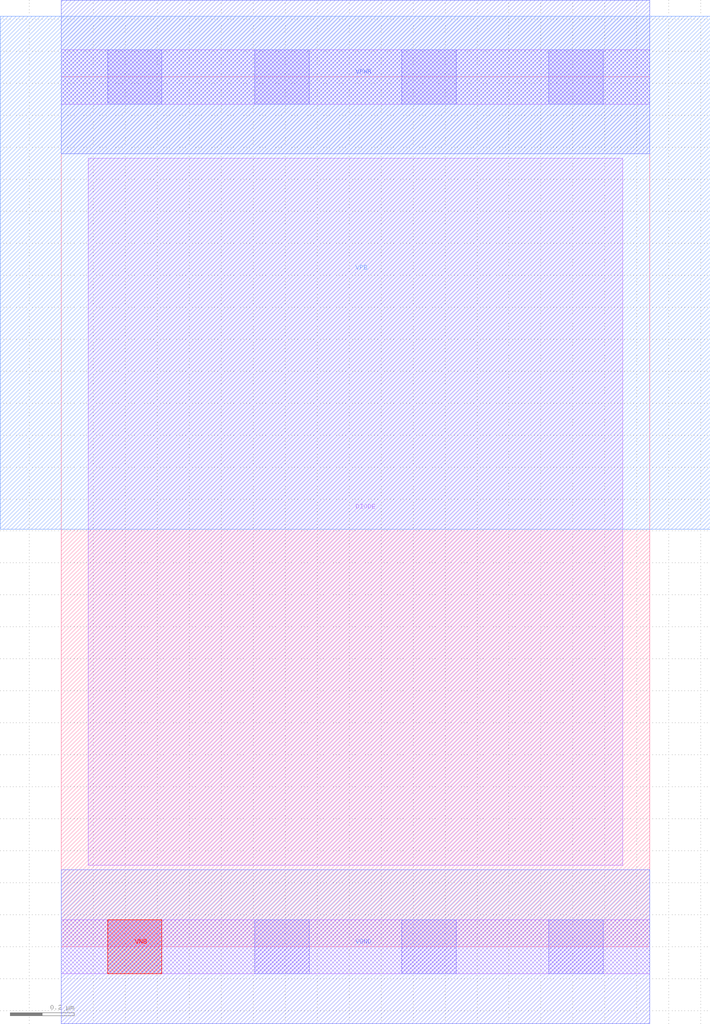
<source format=lef>
# Copyright 2020 The SkyWater PDK Authors
#
# Licensed under the Apache License, Version 2.0 (the "License");
# you may not use this file except in compliance with the License.
# You may obtain a copy of the License at
#
#     https://www.apache.org/licenses/LICENSE-2.0
#
# Unless required by applicable law or agreed to in writing, software
# distributed under the License is distributed on an "AS IS" BASIS,
# WITHOUT WARRANTIES OR CONDITIONS OF ANY KIND, either express or implied.
# See the License for the specific language governing permissions and
# limitations under the License.
#
# SPDX-License-Identifier: Apache-2.0

VERSION 5.7 ;
  NOWIREEXTENSIONATPIN ON ;
  DIVIDERCHAR "/" ;
  BUSBITCHARS "[]" ;
PROPERTYDEFINITIONS
  MACRO maskLayoutSubType STRING ;
  MACRO prCellType STRING ;
  MACRO originalViewName STRING ;
END PROPERTYDEFINITIONS
MACRO sky130_fd_sc_hdll__diode_4
  CLASS CORE ;
  FOREIGN sky130_fd_sc_hdll__diode_4 ;
  ORIGIN  0.000000  0.000000 ;
  SIZE  1.840000 BY  2.720000 ;
  SYMMETRY X Y R90 ;
  SITE unithd ;
  PIN DIODE
    ANTENNADIFFAREA  1.055700 ;
    ANTENNAGATEAREA  1.055700 ;
    DIRECTION INPUT ;
    USE SIGNAL ;
    PORT
      LAYER li1 ;
        RECT 0.085000 0.255000 1.755000 2.465000 ;
    END
  END DIODE
  PIN VGND
    DIRECTION INPUT ;
    USE GROUND ;
    PORT
      LAYER met1 ;
        RECT 0.000000 -0.240000 1.840000 0.240000 ;
    END
  END VGND
  PIN VNB
    DIRECTION INOUT ;
    USE GROUND ;
    PORT
      LAYER pwell ;
        RECT 0.145000 -0.085000 0.315000 0.085000 ;
    END
  END VNB
  PIN VPB
    DIRECTION INOUT ;
    USE POWER ;
    PORT
      LAYER nwell ;
        RECT -0.190000 1.305000 2.030000 2.910000 ;
    END
  END VPB
  PIN VPWR
    DIRECTION INPUT ;
    USE POWER ;
    PORT
      LAYER met1 ;
        RECT 0.000000 2.480000 1.840000 2.960000 ;
    END
  END VPWR
  OBS
    LAYER li1 ;
      RECT 0.000000 -0.085000 1.840000 0.085000 ;
      RECT 0.000000  2.635000 1.840000 2.805000 ;
    LAYER mcon ;
      RECT 0.145000 -0.085000 0.315000 0.085000 ;
      RECT 0.145000  2.635000 0.315000 2.805000 ;
      RECT 0.605000 -0.085000 0.775000 0.085000 ;
      RECT 0.605000  2.635000 0.775000 2.805000 ;
      RECT 1.065000 -0.085000 1.235000 0.085000 ;
      RECT 1.065000  2.635000 1.235000 2.805000 ;
      RECT 1.525000 -0.085000 1.695000 0.085000 ;
      RECT 1.525000  2.635000 1.695000 2.805000 ;
  END
  PROPERTY maskLayoutSubType "abstract" ;
  PROPERTY prCellType "standard" ;
  PROPERTY originalViewName "layout" ;
END sky130_fd_sc_hdll__diode_4
END LIBRARY

</source>
